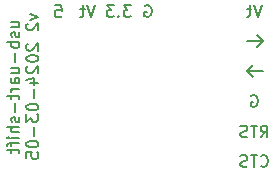
<source format=gbo>
G04 #@! TF.GenerationSoftware,KiCad,Pcbnew,9.0.1*
G04 #@! TF.CreationDate,2025-05-17T15:06:54+00:00*
G04 #@! TF.ProjectId,usb-uart,7573622d-7561-4727-942e-6b696361645f,rev?*
G04 #@! TF.SameCoordinates,Original*
G04 #@! TF.FileFunction,Legend,Bot*
G04 #@! TF.FilePolarity,Positive*
%FSLAX46Y46*%
G04 Gerber Fmt 4.6, Leading zero omitted, Abs format (unit mm)*
G04 Created by KiCad (PCBNEW 9.0.1) date 2025-05-17 15:06:54*
%MOMM*%
%LPD*%
G01*
G04 APERTURE LIST*
%ADD10C,0.150000*%
%ADD11R,1.700000X1.700000*%
%ADD12O,1.700000X1.700000*%
%ADD13C,0.650000*%
%ADD14O,2.100000X1.000000*%
%ADD15O,1.600000X1.000000*%
G04 APERTURE END LIST*
D10*
X127000000Y-84000000D02*
X127500000Y-83500000D01*
X127000000Y-84000000D02*
X127500000Y-84500000D01*
X128350000Y-81500000D02*
X127850000Y-81000000D01*
X128350000Y-84000000D02*
X127000000Y-84000000D01*
X128350000Y-81500000D02*
X127850000Y-82000000D01*
X127000000Y-81500000D02*
X128350000Y-81500000D01*
X110761904Y-78460121D02*
X111238094Y-78460121D01*
X111238094Y-78460121D02*
X111285713Y-78936311D01*
X111285713Y-78936311D02*
X111238094Y-78888692D01*
X111238094Y-78888692D02*
X111142856Y-78841073D01*
X111142856Y-78841073D02*
X110904761Y-78841073D01*
X110904761Y-78841073D02*
X110809523Y-78888692D01*
X110809523Y-78888692D02*
X110761904Y-78936311D01*
X110761904Y-78936311D02*
X110714285Y-79031549D01*
X110714285Y-79031549D02*
X110714285Y-79269644D01*
X110714285Y-79269644D02*
X110761904Y-79364882D01*
X110761904Y-79364882D02*
X110809523Y-79412502D01*
X110809523Y-79412502D02*
X110904761Y-79460121D01*
X110904761Y-79460121D02*
X111142856Y-79460121D01*
X111142856Y-79460121D02*
X111238094Y-79412502D01*
X111238094Y-79412502D02*
X111285713Y-79364882D01*
X114113552Y-78454819D02*
X113780219Y-79454819D01*
X113780219Y-79454819D02*
X113446886Y-78454819D01*
X113256409Y-78788152D02*
X112875457Y-78788152D01*
X113113552Y-78454819D02*
X113113552Y-79311961D01*
X113113552Y-79311961D02*
X113065933Y-79407200D01*
X113065933Y-79407200D02*
X112970695Y-79454819D01*
X112970695Y-79454819D02*
X112875457Y-79454819D01*
X128144880Y-92059580D02*
X128192499Y-92107200D01*
X128192499Y-92107200D02*
X128335356Y-92154819D01*
X128335356Y-92154819D02*
X128430594Y-92154819D01*
X128430594Y-92154819D02*
X128573451Y-92107200D01*
X128573451Y-92107200D02*
X128668689Y-92011961D01*
X128668689Y-92011961D02*
X128716308Y-91916723D01*
X128716308Y-91916723D02*
X128763927Y-91726247D01*
X128763927Y-91726247D02*
X128763927Y-91583390D01*
X128763927Y-91583390D02*
X128716308Y-91392914D01*
X128716308Y-91392914D02*
X128668689Y-91297676D01*
X128668689Y-91297676D02*
X128573451Y-91202438D01*
X128573451Y-91202438D02*
X128430594Y-91154819D01*
X128430594Y-91154819D02*
X128335356Y-91154819D01*
X128335356Y-91154819D02*
X128192499Y-91202438D01*
X128192499Y-91202438D02*
X128144880Y-91250057D01*
X127859165Y-91154819D02*
X127287737Y-91154819D01*
X127573451Y-92154819D02*
X127573451Y-91154819D01*
X127002022Y-92107200D02*
X126859165Y-92154819D01*
X126859165Y-92154819D02*
X126621070Y-92154819D01*
X126621070Y-92154819D02*
X126525832Y-92107200D01*
X126525832Y-92107200D02*
X126478213Y-92059580D01*
X126478213Y-92059580D02*
X126430594Y-91964342D01*
X126430594Y-91964342D02*
X126430594Y-91869104D01*
X126430594Y-91869104D02*
X126478213Y-91773866D01*
X126478213Y-91773866D02*
X126525832Y-91726247D01*
X126525832Y-91726247D02*
X126621070Y-91678628D01*
X126621070Y-91678628D02*
X126811546Y-91631009D01*
X126811546Y-91631009D02*
X126906784Y-91583390D01*
X126906784Y-91583390D02*
X126954403Y-91535771D01*
X126954403Y-91535771D02*
X127002022Y-91440533D01*
X127002022Y-91440533D02*
X127002022Y-91345295D01*
X127002022Y-91345295D02*
X126954403Y-91250057D01*
X126954403Y-91250057D02*
X126906784Y-91202438D01*
X126906784Y-91202438D02*
X126811546Y-91154819D01*
X126811546Y-91154819D02*
X126573451Y-91154819D01*
X126573451Y-91154819D02*
X126430594Y-91202438D01*
X107033180Y-80302380D02*
X107699847Y-80302380D01*
X107033180Y-79873809D02*
X107556989Y-79873809D01*
X107556989Y-79873809D02*
X107652228Y-79921428D01*
X107652228Y-79921428D02*
X107699847Y-80016666D01*
X107699847Y-80016666D02*
X107699847Y-80159523D01*
X107699847Y-80159523D02*
X107652228Y-80254761D01*
X107652228Y-80254761D02*
X107604608Y-80302380D01*
X107652228Y-80730952D02*
X107699847Y-80826190D01*
X107699847Y-80826190D02*
X107699847Y-81016666D01*
X107699847Y-81016666D02*
X107652228Y-81111904D01*
X107652228Y-81111904D02*
X107556989Y-81159523D01*
X107556989Y-81159523D02*
X107509370Y-81159523D01*
X107509370Y-81159523D02*
X107414132Y-81111904D01*
X107414132Y-81111904D02*
X107366513Y-81016666D01*
X107366513Y-81016666D02*
X107366513Y-80873809D01*
X107366513Y-80873809D02*
X107318894Y-80778571D01*
X107318894Y-80778571D02*
X107223656Y-80730952D01*
X107223656Y-80730952D02*
X107176037Y-80730952D01*
X107176037Y-80730952D02*
X107080799Y-80778571D01*
X107080799Y-80778571D02*
X107033180Y-80873809D01*
X107033180Y-80873809D02*
X107033180Y-81016666D01*
X107033180Y-81016666D02*
X107080799Y-81111904D01*
X107699847Y-81588095D02*
X106699847Y-81588095D01*
X107080799Y-81588095D02*
X107033180Y-81683333D01*
X107033180Y-81683333D02*
X107033180Y-81873809D01*
X107033180Y-81873809D02*
X107080799Y-81969047D01*
X107080799Y-81969047D02*
X107128418Y-82016666D01*
X107128418Y-82016666D02*
X107223656Y-82064285D01*
X107223656Y-82064285D02*
X107509370Y-82064285D01*
X107509370Y-82064285D02*
X107604608Y-82016666D01*
X107604608Y-82016666D02*
X107652228Y-81969047D01*
X107652228Y-81969047D02*
X107699847Y-81873809D01*
X107699847Y-81873809D02*
X107699847Y-81683333D01*
X107699847Y-81683333D02*
X107652228Y-81588095D01*
X107318894Y-82492857D02*
X107318894Y-83254762D01*
X107033180Y-84159523D02*
X107699847Y-84159523D01*
X107033180Y-83730952D02*
X107556989Y-83730952D01*
X107556989Y-83730952D02*
X107652228Y-83778571D01*
X107652228Y-83778571D02*
X107699847Y-83873809D01*
X107699847Y-83873809D02*
X107699847Y-84016666D01*
X107699847Y-84016666D02*
X107652228Y-84111904D01*
X107652228Y-84111904D02*
X107604608Y-84159523D01*
X107699847Y-85064285D02*
X107176037Y-85064285D01*
X107176037Y-85064285D02*
X107080799Y-85016666D01*
X107080799Y-85016666D02*
X107033180Y-84921428D01*
X107033180Y-84921428D02*
X107033180Y-84730952D01*
X107033180Y-84730952D02*
X107080799Y-84635714D01*
X107652228Y-85064285D02*
X107699847Y-84969047D01*
X107699847Y-84969047D02*
X107699847Y-84730952D01*
X107699847Y-84730952D02*
X107652228Y-84635714D01*
X107652228Y-84635714D02*
X107556989Y-84588095D01*
X107556989Y-84588095D02*
X107461751Y-84588095D01*
X107461751Y-84588095D02*
X107366513Y-84635714D01*
X107366513Y-84635714D02*
X107318894Y-84730952D01*
X107318894Y-84730952D02*
X107318894Y-84969047D01*
X107318894Y-84969047D02*
X107271275Y-85064285D01*
X107699847Y-85540476D02*
X107033180Y-85540476D01*
X107223656Y-85540476D02*
X107128418Y-85588095D01*
X107128418Y-85588095D02*
X107080799Y-85635714D01*
X107080799Y-85635714D02*
X107033180Y-85730952D01*
X107033180Y-85730952D02*
X107033180Y-85826190D01*
X107033180Y-86016667D02*
X107033180Y-86397619D01*
X106699847Y-86159524D02*
X107556989Y-86159524D01*
X107556989Y-86159524D02*
X107652228Y-86207143D01*
X107652228Y-86207143D02*
X107699847Y-86302381D01*
X107699847Y-86302381D02*
X107699847Y-86397619D01*
X107318894Y-86730953D02*
X107318894Y-87492858D01*
X107652228Y-87921429D02*
X107699847Y-88016667D01*
X107699847Y-88016667D02*
X107699847Y-88207143D01*
X107699847Y-88207143D02*
X107652228Y-88302381D01*
X107652228Y-88302381D02*
X107556989Y-88350000D01*
X107556989Y-88350000D02*
X107509370Y-88350000D01*
X107509370Y-88350000D02*
X107414132Y-88302381D01*
X107414132Y-88302381D02*
X107366513Y-88207143D01*
X107366513Y-88207143D02*
X107366513Y-88064286D01*
X107366513Y-88064286D02*
X107318894Y-87969048D01*
X107318894Y-87969048D02*
X107223656Y-87921429D01*
X107223656Y-87921429D02*
X107176037Y-87921429D01*
X107176037Y-87921429D02*
X107080799Y-87969048D01*
X107080799Y-87969048D02*
X107033180Y-88064286D01*
X107033180Y-88064286D02*
X107033180Y-88207143D01*
X107033180Y-88207143D02*
X107080799Y-88302381D01*
X107699847Y-88778572D02*
X106699847Y-88778572D01*
X107699847Y-89207143D02*
X107176037Y-89207143D01*
X107176037Y-89207143D02*
X107080799Y-89159524D01*
X107080799Y-89159524D02*
X107033180Y-89064286D01*
X107033180Y-89064286D02*
X107033180Y-88921429D01*
X107033180Y-88921429D02*
X107080799Y-88826191D01*
X107080799Y-88826191D02*
X107128418Y-88778572D01*
X107699847Y-89683334D02*
X107033180Y-89683334D01*
X106699847Y-89683334D02*
X106747466Y-89635715D01*
X106747466Y-89635715D02*
X106795085Y-89683334D01*
X106795085Y-89683334D02*
X106747466Y-89730953D01*
X106747466Y-89730953D02*
X106699847Y-89683334D01*
X106699847Y-89683334D02*
X106795085Y-89683334D01*
X107033180Y-90016667D02*
X107033180Y-90397619D01*
X107699847Y-90159524D02*
X106842704Y-90159524D01*
X106842704Y-90159524D02*
X106747466Y-90207143D01*
X106747466Y-90207143D02*
X106699847Y-90302381D01*
X106699847Y-90302381D02*
X106699847Y-90397619D01*
X107033180Y-90588096D02*
X107033180Y-90969048D01*
X106699847Y-90730953D02*
X107556989Y-90730953D01*
X107556989Y-90730953D02*
X107652228Y-90778572D01*
X107652228Y-90778572D02*
X107699847Y-90873810D01*
X107699847Y-90873810D02*
X107699847Y-90969048D01*
X108643124Y-79207143D02*
X109309791Y-79445238D01*
X109309791Y-79445238D02*
X108643124Y-79683333D01*
X108405029Y-80016667D02*
X108357410Y-80064286D01*
X108357410Y-80064286D02*
X108309791Y-80159524D01*
X108309791Y-80159524D02*
X108309791Y-80397619D01*
X108309791Y-80397619D02*
X108357410Y-80492857D01*
X108357410Y-80492857D02*
X108405029Y-80540476D01*
X108405029Y-80540476D02*
X108500267Y-80588095D01*
X108500267Y-80588095D02*
X108595505Y-80588095D01*
X108595505Y-80588095D02*
X108738362Y-80540476D01*
X108738362Y-80540476D02*
X109309791Y-79969048D01*
X109309791Y-79969048D02*
X109309791Y-80588095D01*
X108405029Y-81730953D02*
X108357410Y-81778572D01*
X108357410Y-81778572D02*
X108309791Y-81873810D01*
X108309791Y-81873810D02*
X108309791Y-82111905D01*
X108309791Y-82111905D02*
X108357410Y-82207143D01*
X108357410Y-82207143D02*
X108405029Y-82254762D01*
X108405029Y-82254762D02*
X108500267Y-82302381D01*
X108500267Y-82302381D02*
X108595505Y-82302381D01*
X108595505Y-82302381D02*
X108738362Y-82254762D01*
X108738362Y-82254762D02*
X109309791Y-81683334D01*
X109309791Y-81683334D02*
X109309791Y-82302381D01*
X108309791Y-82921429D02*
X108309791Y-83016667D01*
X108309791Y-83016667D02*
X108357410Y-83111905D01*
X108357410Y-83111905D02*
X108405029Y-83159524D01*
X108405029Y-83159524D02*
X108500267Y-83207143D01*
X108500267Y-83207143D02*
X108690743Y-83254762D01*
X108690743Y-83254762D02*
X108928838Y-83254762D01*
X108928838Y-83254762D02*
X109119314Y-83207143D01*
X109119314Y-83207143D02*
X109214552Y-83159524D01*
X109214552Y-83159524D02*
X109262172Y-83111905D01*
X109262172Y-83111905D02*
X109309791Y-83016667D01*
X109309791Y-83016667D02*
X109309791Y-82921429D01*
X109309791Y-82921429D02*
X109262172Y-82826191D01*
X109262172Y-82826191D02*
X109214552Y-82778572D01*
X109214552Y-82778572D02*
X109119314Y-82730953D01*
X109119314Y-82730953D02*
X108928838Y-82683334D01*
X108928838Y-82683334D02*
X108690743Y-82683334D01*
X108690743Y-82683334D02*
X108500267Y-82730953D01*
X108500267Y-82730953D02*
X108405029Y-82778572D01*
X108405029Y-82778572D02*
X108357410Y-82826191D01*
X108357410Y-82826191D02*
X108309791Y-82921429D01*
X108405029Y-83635715D02*
X108357410Y-83683334D01*
X108357410Y-83683334D02*
X108309791Y-83778572D01*
X108309791Y-83778572D02*
X108309791Y-84016667D01*
X108309791Y-84016667D02*
X108357410Y-84111905D01*
X108357410Y-84111905D02*
X108405029Y-84159524D01*
X108405029Y-84159524D02*
X108500267Y-84207143D01*
X108500267Y-84207143D02*
X108595505Y-84207143D01*
X108595505Y-84207143D02*
X108738362Y-84159524D01*
X108738362Y-84159524D02*
X109309791Y-83588096D01*
X109309791Y-83588096D02*
X109309791Y-84207143D01*
X108643124Y-85064286D02*
X109309791Y-85064286D01*
X108262172Y-84826191D02*
X108976457Y-84588096D01*
X108976457Y-84588096D02*
X108976457Y-85207143D01*
X108928838Y-85588096D02*
X108928838Y-86350001D01*
X108309791Y-87016667D02*
X108309791Y-87111905D01*
X108309791Y-87111905D02*
X108357410Y-87207143D01*
X108357410Y-87207143D02*
X108405029Y-87254762D01*
X108405029Y-87254762D02*
X108500267Y-87302381D01*
X108500267Y-87302381D02*
X108690743Y-87350000D01*
X108690743Y-87350000D02*
X108928838Y-87350000D01*
X108928838Y-87350000D02*
X109119314Y-87302381D01*
X109119314Y-87302381D02*
X109214552Y-87254762D01*
X109214552Y-87254762D02*
X109262172Y-87207143D01*
X109262172Y-87207143D02*
X109309791Y-87111905D01*
X109309791Y-87111905D02*
X109309791Y-87016667D01*
X109309791Y-87016667D02*
X109262172Y-86921429D01*
X109262172Y-86921429D02*
X109214552Y-86873810D01*
X109214552Y-86873810D02*
X109119314Y-86826191D01*
X109119314Y-86826191D02*
X108928838Y-86778572D01*
X108928838Y-86778572D02*
X108690743Y-86778572D01*
X108690743Y-86778572D02*
X108500267Y-86826191D01*
X108500267Y-86826191D02*
X108405029Y-86873810D01*
X108405029Y-86873810D02*
X108357410Y-86921429D01*
X108357410Y-86921429D02*
X108309791Y-87016667D01*
X108309791Y-87683334D02*
X108309791Y-88302381D01*
X108309791Y-88302381D02*
X108690743Y-87969048D01*
X108690743Y-87969048D02*
X108690743Y-88111905D01*
X108690743Y-88111905D02*
X108738362Y-88207143D01*
X108738362Y-88207143D02*
X108785981Y-88254762D01*
X108785981Y-88254762D02*
X108881219Y-88302381D01*
X108881219Y-88302381D02*
X109119314Y-88302381D01*
X109119314Y-88302381D02*
X109214552Y-88254762D01*
X109214552Y-88254762D02*
X109262172Y-88207143D01*
X109262172Y-88207143D02*
X109309791Y-88111905D01*
X109309791Y-88111905D02*
X109309791Y-87826191D01*
X109309791Y-87826191D02*
X109262172Y-87730953D01*
X109262172Y-87730953D02*
X109214552Y-87683334D01*
X108928838Y-88730953D02*
X108928838Y-89492858D01*
X108309791Y-90159524D02*
X108309791Y-90254762D01*
X108309791Y-90254762D02*
X108357410Y-90350000D01*
X108357410Y-90350000D02*
X108405029Y-90397619D01*
X108405029Y-90397619D02*
X108500267Y-90445238D01*
X108500267Y-90445238D02*
X108690743Y-90492857D01*
X108690743Y-90492857D02*
X108928838Y-90492857D01*
X108928838Y-90492857D02*
X109119314Y-90445238D01*
X109119314Y-90445238D02*
X109214552Y-90397619D01*
X109214552Y-90397619D02*
X109262172Y-90350000D01*
X109262172Y-90350000D02*
X109309791Y-90254762D01*
X109309791Y-90254762D02*
X109309791Y-90159524D01*
X109309791Y-90159524D02*
X109262172Y-90064286D01*
X109262172Y-90064286D02*
X109214552Y-90016667D01*
X109214552Y-90016667D02*
X109119314Y-89969048D01*
X109119314Y-89969048D02*
X108928838Y-89921429D01*
X108928838Y-89921429D02*
X108690743Y-89921429D01*
X108690743Y-89921429D02*
X108500267Y-89969048D01*
X108500267Y-89969048D02*
X108405029Y-90016667D01*
X108405029Y-90016667D02*
X108357410Y-90064286D01*
X108357410Y-90064286D02*
X108309791Y-90159524D01*
X108309791Y-91397619D02*
X108309791Y-90921429D01*
X108309791Y-90921429D02*
X108785981Y-90873810D01*
X108785981Y-90873810D02*
X108738362Y-90921429D01*
X108738362Y-90921429D02*
X108690743Y-91016667D01*
X108690743Y-91016667D02*
X108690743Y-91254762D01*
X108690743Y-91254762D02*
X108738362Y-91350000D01*
X108738362Y-91350000D02*
X108785981Y-91397619D01*
X108785981Y-91397619D02*
X108881219Y-91445238D01*
X108881219Y-91445238D02*
X109119314Y-91445238D01*
X109119314Y-91445238D02*
X109214552Y-91397619D01*
X109214552Y-91397619D02*
X109262172Y-91350000D01*
X109262172Y-91350000D02*
X109309791Y-91254762D01*
X109309791Y-91254762D02*
X109309791Y-91016667D01*
X109309791Y-91016667D02*
X109262172Y-90921429D01*
X109262172Y-90921429D02*
X109214552Y-90873810D01*
X127332617Y-86102438D02*
X127427855Y-86054819D01*
X127427855Y-86054819D02*
X127570712Y-86054819D01*
X127570712Y-86054819D02*
X127713569Y-86102438D01*
X127713569Y-86102438D02*
X127808807Y-86197676D01*
X127808807Y-86197676D02*
X127856426Y-86292914D01*
X127856426Y-86292914D02*
X127904045Y-86483390D01*
X127904045Y-86483390D02*
X127904045Y-86626247D01*
X127904045Y-86626247D02*
X127856426Y-86816723D01*
X127856426Y-86816723D02*
X127808807Y-86911961D01*
X127808807Y-86911961D02*
X127713569Y-87007200D01*
X127713569Y-87007200D02*
X127570712Y-87054819D01*
X127570712Y-87054819D02*
X127475474Y-87054819D01*
X127475474Y-87054819D02*
X127332617Y-87007200D01*
X127332617Y-87007200D02*
X127284998Y-86959580D01*
X127284998Y-86959580D02*
X127284998Y-86626247D01*
X127284998Y-86626247D02*
X127475474Y-86626247D01*
X117146562Y-78454819D02*
X116527515Y-78454819D01*
X116527515Y-78454819D02*
X116860848Y-78835771D01*
X116860848Y-78835771D02*
X116717991Y-78835771D01*
X116717991Y-78835771D02*
X116622753Y-78883390D01*
X116622753Y-78883390D02*
X116575134Y-78931009D01*
X116575134Y-78931009D02*
X116527515Y-79026247D01*
X116527515Y-79026247D02*
X116527515Y-79264342D01*
X116527515Y-79264342D02*
X116575134Y-79359580D01*
X116575134Y-79359580D02*
X116622753Y-79407200D01*
X116622753Y-79407200D02*
X116717991Y-79454819D01*
X116717991Y-79454819D02*
X117003705Y-79454819D01*
X117003705Y-79454819D02*
X117098943Y-79407200D01*
X117098943Y-79407200D02*
X117146562Y-79359580D01*
X116098943Y-79359580D02*
X116051324Y-79407200D01*
X116051324Y-79407200D02*
X116098943Y-79454819D01*
X116098943Y-79454819D02*
X116146562Y-79407200D01*
X116146562Y-79407200D02*
X116098943Y-79359580D01*
X116098943Y-79359580D02*
X116098943Y-79454819D01*
X115717991Y-78454819D02*
X115098944Y-78454819D01*
X115098944Y-78454819D02*
X115432277Y-78835771D01*
X115432277Y-78835771D02*
X115289420Y-78835771D01*
X115289420Y-78835771D02*
X115194182Y-78883390D01*
X115194182Y-78883390D02*
X115146563Y-78931009D01*
X115146563Y-78931009D02*
X115098944Y-79026247D01*
X115098944Y-79026247D02*
X115098944Y-79264342D01*
X115098944Y-79264342D02*
X115146563Y-79359580D01*
X115146563Y-79359580D02*
X115194182Y-79407200D01*
X115194182Y-79407200D02*
X115289420Y-79454819D01*
X115289420Y-79454819D02*
X115575134Y-79454819D01*
X115575134Y-79454819D02*
X115670372Y-79407200D01*
X115670372Y-79407200D02*
X115717991Y-79359580D01*
X118336400Y-78502438D02*
X118431638Y-78454819D01*
X118431638Y-78454819D02*
X118574495Y-78454819D01*
X118574495Y-78454819D02*
X118717352Y-78502438D01*
X118717352Y-78502438D02*
X118812590Y-78597676D01*
X118812590Y-78597676D02*
X118860209Y-78692914D01*
X118860209Y-78692914D02*
X118907828Y-78883390D01*
X118907828Y-78883390D02*
X118907828Y-79026247D01*
X118907828Y-79026247D02*
X118860209Y-79216723D01*
X118860209Y-79216723D02*
X118812590Y-79311961D01*
X118812590Y-79311961D02*
X118717352Y-79407200D01*
X118717352Y-79407200D02*
X118574495Y-79454819D01*
X118574495Y-79454819D02*
X118479257Y-79454819D01*
X118479257Y-79454819D02*
X118336400Y-79407200D01*
X118336400Y-79407200D02*
X118288781Y-79359580D01*
X118288781Y-79359580D02*
X118288781Y-79026247D01*
X118288781Y-79026247D02*
X118479257Y-79026247D01*
X128144880Y-89654819D02*
X128478213Y-89178628D01*
X128716308Y-89654819D02*
X128716308Y-88654819D01*
X128716308Y-88654819D02*
X128335356Y-88654819D01*
X128335356Y-88654819D02*
X128240118Y-88702438D01*
X128240118Y-88702438D02*
X128192499Y-88750057D01*
X128192499Y-88750057D02*
X128144880Y-88845295D01*
X128144880Y-88845295D02*
X128144880Y-88988152D01*
X128144880Y-88988152D02*
X128192499Y-89083390D01*
X128192499Y-89083390D02*
X128240118Y-89131009D01*
X128240118Y-89131009D02*
X128335356Y-89178628D01*
X128335356Y-89178628D02*
X128716308Y-89178628D01*
X127859165Y-88654819D02*
X127287737Y-88654819D01*
X127573451Y-89654819D02*
X127573451Y-88654819D01*
X127002022Y-89607200D02*
X126859165Y-89654819D01*
X126859165Y-89654819D02*
X126621070Y-89654819D01*
X126621070Y-89654819D02*
X126525832Y-89607200D01*
X126525832Y-89607200D02*
X126478213Y-89559580D01*
X126478213Y-89559580D02*
X126430594Y-89464342D01*
X126430594Y-89464342D02*
X126430594Y-89369104D01*
X126430594Y-89369104D02*
X126478213Y-89273866D01*
X126478213Y-89273866D02*
X126525832Y-89226247D01*
X126525832Y-89226247D02*
X126621070Y-89178628D01*
X126621070Y-89178628D02*
X126811546Y-89131009D01*
X126811546Y-89131009D02*
X126906784Y-89083390D01*
X126906784Y-89083390D02*
X126954403Y-89035771D01*
X126954403Y-89035771D02*
X127002022Y-88940533D01*
X127002022Y-88940533D02*
X127002022Y-88845295D01*
X127002022Y-88845295D02*
X126954403Y-88750057D01*
X126954403Y-88750057D02*
X126906784Y-88702438D01*
X126906784Y-88702438D02*
X126811546Y-88654819D01*
X126811546Y-88654819D02*
X126573451Y-88654819D01*
X126573451Y-88654819D02*
X126430594Y-88702438D01*
X128213569Y-78454819D02*
X127880236Y-79454819D01*
X127880236Y-79454819D02*
X127546903Y-78454819D01*
X127356426Y-78788152D02*
X126975474Y-78788152D01*
X127213569Y-78454819D02*
X127213569Y-79311961D01*
X127213569Y-79311961D02*
X127165950Y-79407200D01*
X127165950Y-79407200D02*
X127070712Y-79454819D01*
X127070712Y-79454819D02*
X126975474Y-79454819D01*
%LPC*%
D11*
X129975000Y-78950000D03*
D12*
X129975000Y-81490000D03*
X129975000Y-84030000D03*
X129975000Y-86570000D03*
X129975000Y-89110000D03*
X129975000Y-91650000D03*
D11*
X111000000Y-81000000D03*
D12*
X113540000Y-81000000D03*
X116080000Y-81000000D03*
X118620000Y-81000000D03*
D13*
X103950000Y-82410000D03*
X103950000Y-88190000D03*
D14*
X104480000Y-80980000D03*
D15*
X100300000Y-80980000D03*
D14*
X104480000Y-89620000D03*
D15*
X100300000Y-89620000D03*
%LPD*%
M02*

</source>
